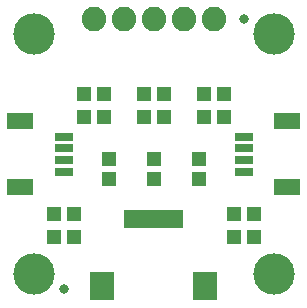
<source format=gts>
G75*
%MOIN*%
%OFA0B0*%
%FSLAX25Y25*%
%IPPOS*%
%LPD*%
%AMOC8*
5,1,8,0,0,1.08239X$1,22.5*
%
%ADD10R,0.05131X0.04737*%
%ADD11R,0.04737X0.05131*%
%ADD12R,0.08674X0.05524*%
%ADD13R,0.06115X0.03162*%
%ADD14C,0.08200*%
%ADD15R,0.01981X0.05918*%
%ADD16R,0.07887X0.09461*%
%ADD17C,0.13800*%
%ADD18C,0.03300*%
D10*
X0169987Y0067500D03*
X0176680Y0067500D03*
X0176680Y0075000D03*
X0169987Y0075000D03*
X0229987Y0075000D03*
X0236680Y0075000D03*
X0236680Y0067500D03*
X0229987Y0067500D03*
X0226680Y0107500D03*
X0219987Y0107500D03*
X0206680Y0107500D03*
X0199987Y0107500D03*
X0186680Y0107500D03*
X0179987Y0107500D03*
X0179987Y0115000D03*
X0186680Y0115000D03*
X0199987Y0115000D03*
X0206680Y0115000D03*
X0219987Y0115000D03*
X0226680Y0115000D03*
D11*
X0218333Y0093346D03*
X0203333Y0093346D03*
X0188333Y0093346D03*
X0188333Y0086654D03*
X0203333Y0086654D03*
X0218333Y0086654D03*
D12*
X0247802Y0083976D03*
X0247802Y0106024D03*
X0158865Y0106024D03*
X0158865Y0083976D03*
D13*
X0173333Y0089094D03*
X0173333Y0093031D03*
X0173333Y0096969D03*
X0173333Y0100906D03*
X0233333Y0100906D03*
X0233333Y0096969D03*
X0233333Y0093031D03*
X0233333Y0089094D03*
D14*
X0223333Y0140000D03*
X0213333Y0140000D03*
X0203333Y0140000D03*
X0193333Y0140000D03*
X0183333Y0140000D03*
D15*
X0194278Y0073386D03*
X0196247Y0073386D03*
X0198215Y0073386D03*
X0200184Y0073386D03*
X0202152Y0073386D03*
X0204121Y0073386D03*
X0206089Y0073386D03*
X0208058Y0073386D03*
X0210026Y0073386D03*
X0211995Y0073386D03*
D16*
X0220262Y0050945D03*
X0186010Y0050945D03*
D17*
X0163333Y0055000D03*
X0243333Y0055000D03*
X0243333Y0135000D03*
X0163333Y0135000D03*
D18*
X0233333Y0140000D03*
X0173333Y0050000D03*
M02*

</source>
